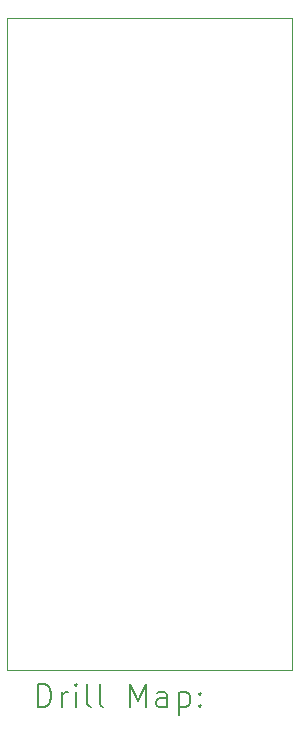
<source format=gbr>
%TF.GenerationSoftware,KiCad,Pcbnew,8.0.6*%
%TF.CreationDate,2025-05-20T21:52:51-05:00*%
%TF.ProjectId,HatRatV2,48617452-6174-4563-922e-6b696361645f,rev?*%
%TF.SameCoordinates,Original*%
%TF.FileFunction,Drillmap*%
%TF.FilePolarity,Positive*%
%FSLAX45Y45*%
G04 Gerber Fmt 4.5, Leading zero omitted, Abs format (unit mm)*
G04 Created by KiCad (PCBNEW 8.0.6) date 2025-05-20 21:52:51*
%MOMM*%
%LPD*%
G01*
G04 APERTURE LIST*
%ADD10C,0.050000*%
%ADD11C,0.200000*%
G04 APERTURE END LIST*
D10*
X19812000Y-2921000D02*
X22225000Y-2921000D01*
X22225000Y-8445500D01*
X19812000Y-8445500D01*
X19812000Y-2921000D01*
D11*
X20070277Y-8759484D02*
X20070277Y-8559484D01*
X20070277Y-8559484D02*
X20117896Y-8559484D01*
X20117896Y-8559484D02*
X20146467Y-8569008D01*
X20146467Y-8569008D02*
X20165515Y-8588055D01*
X20165515Y-8588055D02*
X20175039Y-8607103D01*
X20175039Y-8607103D02*
X20184563Y-8645198D01*
X20184563Y-8645198D02*
X20184563Y-8673770D01*
X20184563Y-8673770D02*
X20175039Y-8711865D01*
X20175039Y-8711865D02*
X20165515Y-8730912D01*
X20165515Y-8730912D02*
X20146467Y-8749960D01*
X20146467Y-8749960D02*
X20117896Y-8759484D01*
X20117896Y-8759484D02*
X20070277Y-8759484D01*
X20270277Y-8759484D02*
X20270277Y-8626150D01*
X20270277Y-8664246D02*
X20279801Y-8645198D01*
X20279801Y-8645198D02*
X20289324Y-8635674D01*
X20289324Y-8635674D02*
X20308372Y-8626150D01*
X20308372Y-8626150D02*
X20327420Y-8626150D01*
X20394086Y-8759484D02*
X20394086Y-8626150D01*
X20394086Y-8559484D02*
X20384563Y-8569008D01*
X20384563Y-8569008D02*
X20394086Y-8578531D01*
X20394086Y-8578531D02*
X20403610Y-8569008D01*
X20403610Y-8569008D02*
X20394086Y-8559484D01*
X20394086Y-8559484D02*
X20394086Y-8578531D01*
X20517896Y-8759484D02*
X20498848Y-8749960D01*
X20498848Y-8749960D02*
X20489324Y-8730912D01*
X20489324Y-8730912D02*
X20489324Y-8559484D01*
X20622658Y-8759484D02*
X20603610Y-8749960D01*
X20603610Y-8749960D02*
X20594086Y-8730912D01*
X20594086Y-8730912D02*
X20594086Y-8559484D01*
X20851229Y-8759484D02*
X20851229Y-8559484D01*
X20851229Y-8559484D02*
X20917896Y-8702341D01*
X20917896Y-8702341D02*
X20984563Y-8559484D01*
X20984563Y-8559484D02*
X20984563Y-8759484D01*
X21165515Y-8759484D02*
X21165515Y-8654722D01*
X21165515Y-8654722D02*
X21155991Y-8635674D01*
X21155991Y-8635674D02*
X21136944Y-8626150D01*
X21136944Y-8626150D02*
X21098848Y-8626150D01*
X21098848Y-8626150D02*
X21079801Y-8635674D01*
X21165515Y-8749960D02*
X21146467Y-8759484D01*
X21146467Y-8759484D02*
X21098848Y-8759484D01*
X21098848Y-8759484D02*
X21079801Y-8749960D01*
X21079801Y-8749960D02*
X21070277Y-8730912D01*
X21070277Y-8730912D02*
X21070277Y-8711865D01*
X21070277Y-8711865D02*
X21079801Y-8692817D01*
X21079801Y-8692817D02*
X21098848Y-8683293D01*
X21098848Y-8683293D02*
X21146467Y-8683293D01*
X21146467Y-8683293D02*
X21165515Y-8673770D01*
X21260753Y-8626150D02*
X21260753Y-8826150D01*
X21260753Y-8635674D02*
X21279801Y-8626150D01*
X21279801Y-8626150D02*
X21317896Y-8626150D01*
X21317896Y-8626150D02*
X21336944Y-8635674D01*
X21336944Y-8635674D02*
X21346467Y-8645198D01*
X21346467Y-8645198D02*
X21355991Y-8664246D01*
X21355991Y-8664246D02*
X21355991Y-8721389D01*
X21355991Y-8721389D02*
X21346467Y-8740436D01*
X21346467Y-8740436D02*
X21336944Y-8749960D01*
X21336944Y-8749960D02*
X21317896Y-8759484D01*
X21317896Y-8759484D02*
X21279801Y-8759484D01*
X21279801Y-8759484D02*
X21260753Y-8749960D01*
X21441705Y-8740436D02*
X21451229Y-8749960D01*
X21451229Y-8749960D02*
X21441705Y-8759484D01*
X21441705Y-8759484D02*
X21432182Y-8749960D01*
X21432182Y-8749960D02*
X21441705Y-8740436D01*
X21441705Y-8740436D02*
X21441705Y-8759484D01*
X21441705Y-8635674D02*
X21451229Y-8645198D01*
X21451229Y-8645198D02*
X21441705Y-8654722D01*
X21441705Y-8654722D02*
X21432182Y-8645198D01*
X21432182Y-8645198D02*
X21441705Y-8635674D01*
X21441705Y-8635674D02*
X21441705Y-8654722D01*
M02*

</source>
